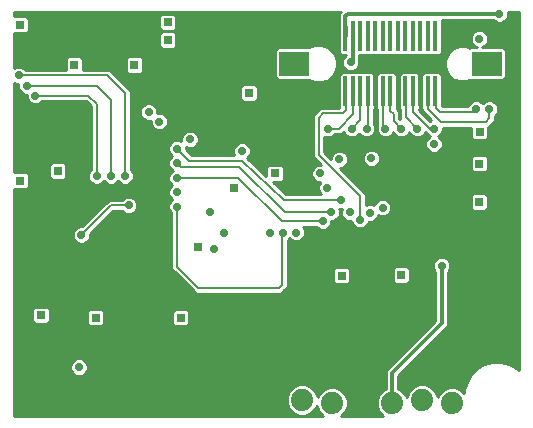
<source format=gbl>
G75*
%MOIN*%
%OFA0B0*%
%FSLAX24Y24*%
%IPPOS*%
%LPD*%
%AMOC8*
5,1,8,0,0,1.08239X$1,22.5*
%
%ADD10C,0.0740*%
%ADD11R,0.0138X0.0984*%
%ADD12R,0.0984X0.0787*%
%ADD13C,0.0100*%
%ADD14C,0.0280*%
%ADD15C,0.0120*%
%ADD16R,0.0280X0.0280*%
%ADD17C,0.0080*%
D10*
X010788Y002192D03*
X011788Y002092D03*
X012788Y002192D03*
X013788Y002092D03*
X014788Y002192D03*
X015788Y002092D03*
D11*
X015479Y012479D03*
X015229Y012479D03*
X014979Y012479D03*
X014729Y012479D03*
X014479Y012479D03*
X014229Y012479D03*
X013979Y012479D03*
X013729Y012479D03*
X013479Y012479D03*
X013229Y012479D03*
X012979Y012479D03*
X012729Y012479D03*
X012479Y012479D03*
X012229Y012479D03*
X011979Y012479D03*
X011979Y014329D03*
X012229Y014329D03*
X012479Y014329D03*
X012729Y014329D03*
X012979Y014329D03*
X013229Y014329D03*
X013479Y014329D03*
X013729Y014329D03*
X013979Y014329D03*
X014229Y014329D03*
X014479Y014329D03*
X014729Y014329D03*
X014979Y014329D03*
X015229Y014329D03*
X015479Y014329D03*
D12*
X016933Y013404D03*
X010525Y013404D03*
D13*
X001187Y009217D02*
X001187Y001649D01*
X011497Y001649D01*
X011493Y001651D01*
X011347Y001797D01*
X011268Y001988D01*
X011268Y001992D01*
X011229Y001897D01*
X011083Y001751D01*
X010891Y001672D01*
X010685Y001672D01*
X010493Y001751D01*
X010347Y001897D01*
X010268Y002088D01*
X010268Y002295D01*
X010347Y002486D01*
X010493Y002632D01*
X010685Y002712D01*
X010891Y002712D01*
X011083Y002632D01*
X011229Y002486D01*
X011308Y002295D01*
X011308Y002292D01*
X011347Y002386D01*
X011493Y002532D01*
X011685Y002612D01*
X011891Y002612D01*
X012083Y002532D01*
X012229Y002386D01*
X012308Y002195D01*
X012308Y001988D01*
X012229Y001797D01*
X012083Y001651D01*
X012079Y001649D01*
X013497Y001649D01*
X013493Y001651D01*
X013347Y001797D01*
X013268Y001988D01*
X013268Y002195D01*
X013347Y002386D01*
X013493Y002532D01*
X013570Y002564D01*
X013570Y003176D01*
X013693Y003299D01*
X015224Y004830D01*
X015224Y006472D01*
X015188Y006508D01*
X015144Y006614D01*
X015144Y006730D01*
X015188Y006836D01*
X015269Y006918D01*
X015376Y006962D01*
X015491Y006962D01*
X015598Y006918D01*
X015679Y006836D01*
X015724Y006730D01*
X015724Y006614D01*
X015679Y006508D01*
X015644Y006472D01*
X015644Y004656D01*
X013990Y003002D01*
X013990Y002571D01*
X014083Y002532D01*
X014229Y002386D01*
X014268Y002292D01*
X014268Y002295D01*
X014347Y002486D01*
X014493Y002632D01*
X014685Y002712D01*
X014891Y002712D01*
X015083Y002632D01*
X015229Y002486D01*
X015308Y002295D01*
X015308Y002292D01*
X015347Y002386D01*
X015493Y002532D01*
X015685Y002612D01*
X015891Y002612D01*
X016083Y002532D01*
X016192Y002423D01*
X016192Y002523D01*
X016266Y002797D01*
X016408Y003044D01*
X016609Y003245D01*
X016855Y003387D01*
X017130Y003460D01*
X017414Y003460D01*
X017689Y003387D01*
X017935Y003245D01*
X018003Y003177D01*
X018003Y015120D01*
X017651Y015120D01*
X017653Y015115D01*
X017653Y015000D01*
X017609Y014893D01*
X017527Y014812D01*
X017420Y014768D01*
X017305Y014768D01*
X017198Y014812D01*
X017163Y014848D01*
X015448Y014848D01*
X015448Y013775D01*
X015360Y013687D01*
X012689Y013687D01*
X012689Y013540D01*
X012692Y013503D01*
X012692Y013501D01*
X012692Y013494D01*
X012695Y013460D01*
X012692Y013458D01*
X012692Y013386D01*
X012648Y013279D01*
X012566Y013198D01*
X012460Y013154D01*
X012344Y013154D01*
X012238Y013198D01*
X012156Y013279D01*
X012112Y013386D01*
X012112Y013501D01*
X012156Y013608D01*
X012236Y013687D01*
X012098Y013687D01*
X012010Y013775D01*
X012010Y014339D01*
X012004Y014363D01*
X012010Y014373D01*
X012010Y014884D01*
X012021Y014895D01*
X012021Y014901D01*
X012012Y014911D01*
X012019Y014986D01*
X012017Y015061D01*
X012026Y015071D01*
X012028Y015085D01*
X012070Y015120D01*
X001187Y015120D01*
X001187Y014993D01*
X001581Y014993D01*
X001669Y014906D01*
X001669Y014501D01*
X001581Y014413D01*
X001187Y014413D01*
X001187Y013261D01*
X001281Y013300D01*
X001397Y013300D01*
X001503Y013256D01*
X001559Y013200D01*
X002900Y013200D01*
X002900Y013567D01*
X002987Y013655D01*
X003392Y013655D01*
X003480Y013567D01*
X003480Y013200D01*
X004371Y013200D01*
X004482Y013089D01*
X004482Y013089D01*
X004961Y012610D01*
X004961Y012610D01*
X005072Y012499D01*
X005072Y009884D01*
X005128Y009828D01*
X005172Y009722D01*
X005172Y009606D01*
X005128Y009500D01*
X005047Y009418D01*
X004940Y009374D01*
X004825Y009374D01*
X004718Y009418D01*
X004646Y009490D01*
X004574Y009418D01*
X004468Y009374D01*
X004352Y009374D01*
X004246Y009418D01*
X004174Y009490D01*
X004102Y009418D01*
X003995Y009374D01*
X003880Y009374D01*
X003773Y009418D01*
X003692Y009500D01*
X003648Y009606D01*
X003648Y009722D01*
X003692Y009828D01*
X003748Y009884D01*
X003748Y011987D01*
X003583Y012151D01*
X002110Y012151D01*
X002055Y012095D01*
X001948Y012051D01*
X001833Y012051D01*
X001726Y012095D01*
X001644Y012177D01*
X001600Y012284D01*
X001600Y012366D01*
X001557Y012366D01*
X001450Y012410D01*
X001369Y012492D01*
X001325Y012598D01*
X001325Y012714D01*
X001327Y012720D01*
X001281Y012720D01*
X001187Y012760D01*
X001187Y009797D01*
X001581Y009797D01*
X001669Y009709D01*
X001669Y009304D01*
X001581Y009217D01*
X001187Y009217D01*
X001187Y009178D02*
X006328Y009178D01*
X006325Y009171D02*
X006325Y009055D01*
X006369Y008949D01*
X006441Y008877D01*
X006369Y008805D01*
X006325Y008698D01*
X006325Y008583D01*
X006369Y008476D01*
X006425Y008420D01*
X006425Y006554D01*
X006536Y006443D01*
X007133Y005845D01*
X007245Y005734D01*
X010079Y005734D01*
X010197Y005852D01*
X010309Y005963D01*
X010309Y007523D01*
X010322Y007528D01*
X010375Y007581D01*
X010427Y007528D01*
X010533Y007484D01*
X010649Y007484D01*
X010755Y007528D01*
X010837Y007610D01*
X010881Y007717D01*
X010881Y007832D01*
X010837Y007939D01*
X010801Y007974D01*
X011253Y007974D01*
X011309Y007918D01*
X011415Y007874D01*
X011531Y007874D01*
X011637Y007918D01*
X011719Y008000D01*
X011763Y008106D01*
X011763Y008165D01*
X011818Y008165D01*
X011925Y008210D01*
X012006Y008291D01*
X012050Y008398D01*
X012050Y008513D01*
X012025Y008575D01*
X012109Y008575D01*
X012081Y008505D01*
X012081Y008390D01*
X012047Y008390D01*
X012081Y008390D02*
X012125Y008283D01*
X012206Y008202D01*
X012313Y008158D01*
X012427Y008158D01*
X012427Y008146D01*
X012471Y008039D01*
X012553Y007958D01*
X012659Y007913D01*
X012775Y007913D01*
X012881Y007958D01*
X012963Y008039D01*
X013004Y008138D01*
X013105Y008138D01*
X013212Y008182D01*
X013294Y008264D01*
X013327Y008344D01*
X013407Y008311D01*
X013523Y008311D01*
X013629Y008355D01*
X013711Y008437D01*
X013755Y008543D01*
X013755Y008659D01*
X013711Y008765D01*
X013629Y008847D01*
X013523Y008891D01*
X013407Y008891D01*
X013301Y008847D01*
X013219Y008765D01*
X013186Y008685D01*
X013105Y008718D01*
X012990Y008718D01*
X012907Y008683D01*
X012907Y009073D01*
X012796Y009185D01*
X012055Y009925D01*
X012086Y009925D01*
X012192Y009969D01*
X012274Y010051D01*
X012318Y010158D01*
X012318Y010273D01*
X012274Y010379D01*
X012192Y010461D01*
X012086Y010505D01*
X011970Y010505D01*
X011864Y010461D01*
X011782Y010379D01*
X011738Y010273D01*
X011738Y010242D01*
X011529Y010451D01*
X011529Y010973D01*
X011589Y010949D01*
X011704Y010949D01*
X011810Y010993D01*
X011866Y011049D01*
X011936Y011049D01*
X011937Y011048D01*
X012014Y011049D01*
X012091Y011049D01*
X012092Y011050D01*
X012094Y011050D01*
X012148Y011106D01*
X012173Y011130D01*
X012196Y011075D01*
X012277Y010993D01*
X012384Y010949D01*
X012499Y010949D01*
X012606Y010993D01*
X012687Y011075D01*
X012688Y011075D01*
X012688Y011075D01*
X012769Y010993D01*
X012876Y010949D01*
X012991Y010949D01*
X013098Y010993D01*
X013179Y011075D01*
X013224Y011181D01*
X013224Y011297D01*
X013179Y011403D01*
X013169Y011414D01*
X013169Y011896D01*
X013198Y011925D01*
X013198Y013033D01*
X013110Y013121D01*
X012098Y013121D01*
X012010Y013033D01*
X012010Y011933D01*
X011410Y011933D01*
X011260Y011783D01*
X011149Y011672D01*
X011149Y010294D01*
X011410Y010033D01*
X011321Y010033D01*
X011214Y009989D01*
X011133Y009907D01*
X011089Y009800D01*
X011089Y009685D01*
X011133Y009579D01*
X011214Y009497D01*
X011321Y009453D01*
X011387Y009453D01*
X011369Y009435D01*
X011325Y009328D01*
X011325Y009213D01*
X011369Y009106D01*
X011420Y009055D01*
X010245Y009055D01*
X009823Y009453D01*
X010085Y009453D01*
X010172Y009541D01*
X010172Y009945D01*
X010085Y010033D01*
X009680Y010033D01*
X009592Y009945D01*
X009592Y009670D01*
X008963Y010264D01*
X009026Y010327D01*
X009070Y010433D01*
X009070Y010548D01*
X009026Y010655D01*
X008944Y010737D01*
X008838Y010781D01*
X008722Y010781D01*
X008616Y010737D01*
X008534Y010655D01*
X008490Y010548D01*
X008490Y010433D01*
X008524Y010350D01*
X007103Y010350D01*
X006905Y010548D01*
X006905Y010627D01*
X006903Y010630D01*
X006990Y010595D01*
X007105Y010595D01*
X007212Y010639D01*
X007294Y010720D01*
X007338Y010827D01*
X007338Y010942D01*
X007294Y011049D01*
X007212Y011130D01*
X007105Y011175D01*
X006990Y011175D01*
X006884Y011130D01*
X006802Y011049D01*
X006758Y010942D01*
X006758Y010827D01*
X006759Y010824D01*
X006672Y010860D01*
X006557Y010860D01*
X006450Y010815D01*
X006369Y010734D01*
X006325Y010627D01*
X006325Y010512D01*
X006369Y010405D01*
X006441Y010333D01*
X006369Y010261D01*
X006325Y010155D01*
X006325Y010039D01*
X006369Y009933D01*
X006450Y009851D01*
X006475Y009841D01*
X006450Y009831D01*
X006369Y009750D01*
X006325Y009643D01*
X006325Y009528D01*
X006369Y009421D01*
X006441Y009349D01*
X006369Y009277D01*
X006325Y009171D01*
X006325Y009079D02*
X001187Y009079D01*
X001187Y008981D02*
X006355Y008981D01*
X006435Y008882D02*
X005208Y008882D01*
X005246Y008844D02*
X005165Y008926D01*
X005058Y008970D01*
X004943Y008970D01*
X004836Y008926D01*
X004780Y008870D01*
X004331Y008870D01*
X003447Y007986D01*
X003368Y007986D01*
X003261Y007941D01*
X003180Y007860D01*
X003136Y007753D01*
X003136Y007638D01*
X003180Y007531D01*
X003261Y007450D01*
X003368Y007406D01*
X003483Y007406D01*
X003590Y007450D01*
X003672Y007531D01*
X003716Y007638D01*
X003716Y007717D01*
X004489Y008490D01*
X004780Y008490D01*
X004836Y008434D01*
X004943Y008390D01*
X005058Y008390D01*
X005165Y008434D01*
X005246Y008516D01*
X005291Y008622D01*
X005291Y008737D01*
X005246Y008844D01*
X005271Y008784D02*
X006360Y008784D01*
X006325Y008685D02*
X005291Y008685D01*
X005276Y008587D02*
X006325Y008587D01*
X006364Y008488D02*
X005219Y008488D01*
X005059Y008390D02*
X006425Y008390D01*
X006425Y008291D02*
X004290Y008291D01*
X004192Y008193D02*
X006425Y008193D01*
X006425Y008094D02*
X004093Y008094D01*
X003995Y007996D02*
X006425Y007996D01*
X006425Y007897D02*
X003896Y007897D01*
X003798Y007799D02*
X006425Y007799D01*
X006425Y007700D02*
X003716Y007700D01*
X003701Y007602D02*
X006425Y007602D01*
X006425Y007503D02*
X003644Y007503D01*
X003208Y007503D02*
X001187Y007503D01*
X001187Y007405D02*
X006425Y007405D01*
X006425Y007306D02*
X001187Y007306D01*
X001187Y007208D02*
X006425Y007208D01*
X006425Y007109D02*
X001187Y007109D01*
X001187Y007011D02*
X006425Y007011D01*
X006425Y006912D02*
X001187Y006912D01*
X001187Y006814D02*
X006425Y006814D01*
X006425Y006715D02*
X001187Y006715D01*
X001187Y006617D02*
X006425Y006617D01*
X006460Y006518D02*
X001187Y006518D01*
X001187Y006420D02*
X006559Y006420D01*
X006657Y006321D02*
X001187Y006321D01*
X001187Y006223D02*
X006756Y006223D01*
X006854Y006124D02*
X001187Y006124D01*
X001187Y006026D02*
X006953Y006026D01*
X007051Y005927D02*
X001187Y005927D01*
X001187Y005829D02*
X007150Y005829D01*
X006935Y005230D02*
X006531Y005230D01*
X006443Y005142D01*
X006443Y004737D01*
X006531Y004650D01*
X006935Y004650D01*
X007023Y004737D01*
X007023Y005142D01*
X006935Y005230D01*
X007023Y005139D02*
X015224Y005139D01*
X015224Y005041D02*
X007023Y005041D01*
X007023Y004942D02*
X015224Y004942D01*
X015224Y004844D02*
X007023Y004844D01*
X007023Y004745D02*
X015139Y004745D01*
X015041Y004647D02*
X001187Y004647D01*
X001187Y004745D02*
X001868Y004745D01*
X001885Y004728D02*
X002289Y004728D01*
X002377Y004816D01*
X002377Y005221D01*
X002289Y005308D01*
X001885Y005308D01*
X001797Y005221D01*
X001797Y004816D01*
X001885Y004728D01*
X001797Y004844D02*
X001187Y004844D01*
X001187Y004942D02*
X001797Y004942D01*
X001797Y005041D02*
X001187Y005041D01*
X001187Y005139D02*
X001797Y005139D01*
X001815Y005238D02*
X001187Y005238D01*
X001187Y005336D02*
X015224Y005336D01*
X015224Y005238D02*
X002360Y005238D01*
X002377Y005139D02*
X003608Y005139D01*
X003608Y005142D02*
X003608Y004737D01*
X003696Y004650D01*
X004100Y004650D01*
X004188Y004737D01*
X004188Y005142D01*
X004100Y005230D01*
X003696Y005230D01*
X003608Y005142D01*
X003608Y005041D02*
X002377Y005041D01*
X002377Y004942D02*
X003608Y004942D01*
X003608Y004844D02*
X002377Y004844D01*
X002306Y004745D02*
X003608Y004745D01*
X004188Y004745D02*
X006443Y004745D01*
X006443Y004844D02*
X004188Y004844D01*
X004188Y004942D02*
X006443Y004942D01*
X006443Y005041D02*
X004188Y005041D01*
X004188Y005139D02*
X006443Y005139D01*
X003593Y003450D02*
X003637Y003344D01*
X003637Y003228D01*
X003593Y003122D01*
X003511Y003040D01*
X003405Y002996D01*
X003289Y002996D01*
X003183Y003040D01*
X003101Y003122D01*
X003057Y003228D01*
X003057Y003344D01*
X003101Y003450D01*
X003183Y003532D01*
X003289Y003576D01*
X003405Y003576D01*
X003511Y003532D01*
X003593Y003450D01*
X003578Y003465D02*
X013859Y003465D01*
X013957Y003563D02*
X003435Y003563D01*
X003259Y003563D02*
X001187Y003563D01*
X001187Y003465D02*
X003116Y003465D01*
X003066Y003366D02*
X001187Y003366D01*
X001187Y003268D02*
X003057Y003268D01*
X003081Y003169D02*
X001187Y003169D01*
X001187Y003071D02*
X003152Y003071D01*
X003542Y003071D02*
X013570Y003071D01*
X013570Y003169D02*
X003613Y003169D01*
X003637Y003268D02*
X013662Y003268D01*
X013760Y003366D02*
X003628Y003366D01*
X001187Y003662D02*
X014056Y003662D01*
X014154Y003760D02*
X001187Y003760D01*
X001187Y003859D02*
X014253Y003859D01*
X014351Y003957D02*
X001187Y003957D01*
X001187Y004056D02*
X014450Y004056D01*
X014548Y004154D02*
X001187Y004154D01*
X001187Y004253D02*
X014647Y004253D01*
X014745Y004351D02*
X001187Y004351D01*
X001187Y004450D02*
X014844Y004450D01*
X014942Y004548D02*
X001187Y004548D01*
X001187Y005435D02*
X015224Y005435D01*
X015224Y005533D02*
X001187Y005533D01*
X001187Y005632D02*
X015224Y005632D01*
X015224Y005730D02*
X001187Y005730D01*
X001187Y007602D02*
X003151Y007602D01*
X003136Y007700D02*
X001187Y007700D01*
X001187Y007799D02*
X003155Y007799D01*
X003218Y007897D02*
X001187Y007897D01*
X001187Y007996D02*
X003458Y007996D01*
X003556Y008094D02*
X001187Y008094D01*
X001187Y008193D02*
X003655Y008193D01*
X003753Y008291D02*
X001187Y008291D01*
X001187Y008390D02*
X003852Y008390D01*
X003950Y008488D02*
X001187Y008488D01*
X001187Y008587D02*
X004049Y008587D01*
X004147Y008685D02*
X001187Y008685D01*
X001187Y008784D02*
X004246Y008784D01*
X004487Y008488D02*
X004782Y008488D01*
X004942Y008390D02*
X004389Y008390D01*
X004793Y008882D02*
X001187Y008882D01*
X001641Y009276D02*
X006369Y009276D01*
X006415Y009375D02*
X004942Y009375D01*
X004822Y009375D02*
X004470Y009375D01*
X004350Y009375D02*
X003998Y009375D01*
X003878Y009375D02*
X001669Y009375D01*
X001669Y009473D02*
X003718Y009473D01*
X003662Y009572D02*
X002881Y009572D01*
X002840Y009532D02*
X002928Y009619D01*
X002928Y010024D01*
X002840Y010112D01*
X002436Y010112D01*
X002348Y010024D01*
X002348Y009619D01*
X002436Y009532D01*
X002840Y009532D01*
X002928Y009670D02*
X003648Y009670D01*
X003667Y009769D02*
X002928Y009769D01*
X002928Y009867D02*
X003731Y009867D01*
X003748Y009966D02*
X002928Y009966D01*
X002888Y010064D02*
X003748Y010064D01*
X003748Y010163D02*
X001187Y010163D01*
X001187Y010261D02*
X003748Y010261D01*
X003748Y010360D02*
X001187Y010360D01*
X001187Y010458D02*
X003748Y010458D01*
X003748Y010557D02*
X001187Y010557D01*
X001187Y010655D02*
X003748Y010655D01*
X003748Y010754D02*
X001187Y010754D01*
X001187Y010852D02*
X003748Y010852D01*
X003748Y010951D02*
X001187Y010951D01*
X001187Y011049D02*
X003748Y011049D01*
X003748Y011148D02*
X001187Y011148D01*
X001187Y011246D02*
X003748Y011246D01*
X003748Y011345D02*
X001187Y011345D01*
X001187Y011444D02*
X003748Y011444D01*
X003748Y011542D02*
X001187Y011542D01*
X001187Y011641D02*
X003748Y011641D01*
X003748Y011739D02*
X001187Y011739D01*
X001187Y011838D02*
X003748Y011838D01*
X003748Y011936D02*
X001187Y011936D01*
X001187Y012035D02*
X003700Y012035D01*
X003601Y012133D02*
X002092Y012133D01*
X001688Y012133D02*
X001187Y012133D01*
X001187Y012232D02*
X001622Y012232D01*
X001600Y012330D02*
X001187Y012330D01*
X001187Y012429D02*
X001432Y012429D01*
X001354Y012527D02*
X001187Y012527D01*
X001187Y012626D02*
X001325Y012626D01*
X001273Y012724D02*
X001187Y012724D01*
X001543Y013217D02*
X002900Y013217D01*
X002900Y013315D02*
X001187Y013315D01*
X001187Y013414D02*
X002900Y013414D01*
X002900Y013512D02*
X001187Y013512D01*
X001187Y013611D02*
X002943Y013611D01*
X003436Y013611D02*
X004951Y013611D01*
X004907Y013567D02*
X004907Y013163D01*
X004995Y013075D01*
X005400Y013075D01*
X005487Y013163D01*
X005487Y013567D01*
X005400Y013655D01*
X004995Y013655D01*
X004907Y013567D01*
X004907Y013512D02*
X003480Y013512D01*
X003480Y013414D02*
X004907Y013414D01*
X004907Y013315D02*
X003480Y013315D01*
X003480Y013217D02*
X004907Y013217D01*
X004952Y013118D02*
X004453Y013118D01*
X004552Y013020D02*
X009883Y013020D01*
X009883Y012948D02*
X009971Y012860D01*
X011002Y012860D01*
X011204Y012777D01*
X011453Y012777D01*
X011684Y012873D01*
X011860Y013049D01*
X011955Y013279D01*
X011955Y013529D01*
X011860Y013759D01*
X011684Y013936D01*
X011453Y014031D01*
X011204Y014031D01*
X011002Y013948D01*
X009971Y013948D01*
X009883Y013860D01*
X009883Y012948D01*
X009910Y012921D02*
X004650Y012921D01*
X004749Y012823D02*
X011094Y012823D01*
X011563Y012823D02*
X012010Y012823D01*
X012010Y012921D02*
X011732Y012921D01*
X011831Y013020D02*
X012010Y013020D01*
X012095Y013118D02*
X011889Y013118D01*
X011929Y013217D02*
X012219Y013217D01*
X012141Y013315D02*
X011955Y013315D01*
X011955Y013414D02*
X012112Y013414D01*
X012117Y013512D02*
X011955Y013512D01*
X011922Y013611D02*
X012159Y013611D01*
X012076Y013709D02*
X011881Y013709D01*
X011812Y013808D02*
X012010Y013808D01*
X012010Y013906D02*
X011713Y013906D01*
X011518Y014005D02*
X012010Y014005D01*
X012010Y014103D02*
X006590Y014103D01*
X006590Y014005D02*
X011139Y014005D01*
X012010Y014202D02*
X006590Y014202D01*
X006590Y014300D02*
X012010Y014300D01*
X012010Y014399D02*
X006585Y014399D01*
X006590Y014394D02*
X006502Y014482D01*
X006098Y014482D01*
X006010Y014394D01*
X006010Y013989D01*
X006098Y013902D01*
X006502Y013902D01*
X006590Y013989D01*
X006590Y014394D01*
X006502Y014492D02*
X006590Y014580D01*
X006590Y014984D01*
X006502Y015072D01*
X006098Y015072D01*
X006010Y014984D01*
X006010Y014580D01*
X006098Y014492D01*
X006502Y014492D01*
X006507Y014497D02*
X012010Y014497D01*
X012010Y014596D02*
X006590Y014596D01*
X006590Y014694D02*
X012010Y014694D01*
X012010Y014793D02*
X006590Y014793D01*
X006590Y014891D02*
X012017Y014891D01*
X012019Y014990D02*
X006585Y014990D01*
X006015Y014990D02*
X001585Y014990D01*
X001669Y014891D02*
X006010Y014891D01*
X006010Y014793D02*
X001669Y014793D01*
X001669Y014694D02*
X006010Y014694D01*
X006010Y014596D02*
X001669Y014596D01*
X001664Y014497D02*
X006093Y014497D01*
X006015Y014399D02*
X001187Y014399D01*
X001187Y014300D02*
X006010Y014300D01*
X006010Y014202D02*
X001187Y014202D01*
X001187Y014103D02*
X006010Y014103D01*
X006010Y014005D02*
X001187Y014005D01*
X001187Y013906D02*
X006093Y013906D01*
X006506Y013906D02*
X009929Y013906D01*
X009883Y013808D02*
X001187Y013808D01*
X001187Y013709D02*
X009883Y013709D01*
X009883Y013611D02*
X005444Y013611D01*
X005487Y013512D02*
X009883Y013512D01*
X009883Y013414D02*
X005487Y013414D01*
X005487Y013315D02*
X009883Y013315D01*
X009883Y013217D02*
X005487Y013217D01*
X005443Y013118D02*
X009883Y013118D01*
X009306Y012622D02*
X009218Y012710D01*
X008814Y012710D01*
X008726Y012622D01*
X008726Y012218D01*
X008814Y012130D01*
X009218Y012130D01*
X009306Y012218D01*
X009306Y012622D01*
X009303Y012626D02*
X012010Y012626D01*
X012010Y012724D02*
X004847Y012724D01*
X004946Y012626D02*
X008730Y012626D01*
X008726Y012527D02*
X005044Y012527D01*
X005072Y012429D02*
X008726Y012429D01*
X008726Y012330D02*
X005072Y012330D01*
X005072Y012232D02*
X008726Y012232D01*
X008811Y012133D02*
X005072Y012133D01*
X005072Y012035D02*
X005504Y012035D01*
X005506Y012036D02*
X005424Y011954D01*
X005380Y011848D01*
X005380Y011732D01*
X005424Y011626D01*
X005506Y011544D01*
X005612Y011500D01*
X005728Y011500D01*
X005734Y011503D01*
X005734Y011417D01*
X005778Y011311D01*
X005860Y011229D01*
X005966Y011185D01*
X006082Y011185D01*
X006188Y011229D01*
X006270Y011311D01*
X006314Y011417D01*
X006314Y011533D01*
X006270Y011639D01*
X006188Y011721D01*
X006082Y011765D01*
X005966Y011765D01*
X005960Y011762D01*
X005960Y011848D01*
X005916Y011954D01*
X005834Y012036D01*
X005728Y012080D01*
X005612Y012080D01*
X005506Y012036D01*
X005416Y011936D02*
X005072Y011936D01*
X005072Y011838D02*
X005380Y011838D01*
X005380Y011739D02*
X005072Y011739D01*
X005072Y011641D02*
X005418Y011641D01*
X005511Y011542D02*
X005072Y011542D01*
X005072Y011444D02*
X005734Y011444D01*
X005764Y011345D02*
X005072Y011345D01*
X005072Y011246D02*
X005843Y011246D01*
X006206Y011246D02*
X011149Y011246D01*
X011149Y011148D02*
X007169Y011148D01*
X007293Y011049D02*
X011149Y011049D01*
X011149Y010951D02*
X007334Y010951D01*
X007338Y010852D02*
X011149Y010852D01*
X011149Y010754D02*
X008902Y010754D01*
X009026Y010655D02*
X011149Y010655D01*
X011149Y010557D02*
X009067Y010557D01*
X009070Y010458D02*
X011149Y010458D01*
X011149Y010360D02*
X009040Y010360D01*
X008965Y010261D02*
X011182Y010261D01*
X011280Y010163D02*
X009070Y010163D01*
X009174Y010064D02*
X011379Y010064D01*
X011192Y009966D02*
X010151Y009966D01*
X010172Y009867D02*
X011116Y009867D01*
X011089Y009769D02*
X010172Y009769D01*
X010172Y009670D02*
X011095Y009670D01*
X011139Y009572D02*
X010172Y009572D01*
X010105Y009473D02*
X011271Y009473D01*
X011344Y009375D02*
X009906Y009375D01*
X010010Y009276D02*
X011325Y009276D01*
X011339Y009178D02*
X010115Y009178D01*
X010219Y009079D02*
X011395Y009079D01*
X012050Y008488D02*
X012081Y008488D01*
X012121Y008291D02*
X012006Y008291D01*
X011885Y008193D02*
X012227Y008193D01*
X012448Y008094D02*
X011758Y008094D01*
X011715Y007996D02*
X012514Y007996D01*
X012920Y007996D02*
X018003Y007996D01*
X018003Y008094D02*
X012986Y008094D01*
X013223Y008193D02*
X018003Y008193D01*
X018003Y008291D02*
X013305Y008291D01*
X013664Y008390D02*
X018003Y008390D01*
X018003Y008488D02*
X013732Y008488D01*
X013755Y008587D02*
X016412Y008587D01*
X016403Y008596D02*
X016491Y008508D01*
X016896Y008508D01*
X016983Y008596D01*
X016983Y009000D01*
X016896Y009088D01*
X016491Y009088D01*
X016403Y009000D01*
X016403Y008596D01*
X016403Y008685D02*
X013744Y008685D01*
X013692Y008784D02*
X016403Y008784D01*
X016403Y008882D02*
X013543Y008882D01*
X013387Y008882D02*
X012907Y008882D01*
X012907Y008784D02*
X013238Y008784D01*
X013186Y008685D02*
X013184Y008685D01*
X012912Y008685D02*
X012907Y008685D01*
X012907Y008981D02*
X016403Y008981D01*
X016483Y009079D02*
X012901Y009079D01*
X012803Y009178D02*
X018003Y009178D01*
X018003Y009276D02*
X012704Y009276D01*
X012606Y009375D02*
X018003Y009375D01*
X018003Y009473D02*
X012507Y009473D01*
X012409Y009572D02*
X018003Y009572D01*
X018003Y009670D02*
X012310Y009670D01*
X012212Y009769D02*
X018003Y009769D01*
X018003Y009867D02*
X016976Y009867D01*
X016980Y009871D02*
X016892Y009783D01*
X016487Y009783D01*
X016400Y009871D01*
X016400Y010276D01*
X016487Y010363D01*
X016892Y010363D01*
X016980Y010276D01*
X016980Y009871D01*
X016980Y009966D02*
X018003Y009966D01*
X018003Y010064D02*
X016980Y010064D01*
X016980Y010163D02*
X018003Y010163D01*
X018003Y010261D02*
X016980Y010261D01*
X016895Y010360D02*
X018003Y010360D01*
X018003Y010458D02*
X015291Y010458D01*
X015239Y010437D02*
X015346Y010481D01*
X015428Y010563D01*
X015472Y010669D01*
X015472Y010785D01*
X015428Y010891D01*
X015346Y010973D01*
X015322Y010983D01*
X015346Y010993D01*
X015428Y011075D01*
X015472Y011181D01*
X015472Y011269D01*
X016415Y011269D01*
X016415Y010934D01*
X016503Y010846D01*
X016907Y010846D01*
X016995Y010934D01*
X016995Y011288D01*
X017103Y011395D01*
X017214Y011507D01*
X017214Y011672D01*
X017270Y011728D01*
X017314Y011835D01*
X017314Y011950D01*
X017270Y012057D01*
X017188Y012138D01*
X017082Y012182D01*
X016966Y012182D01*
X016860Y012138D01*
X016806Y012084D01*
X016751Y012138D01*
X016645Y012182D01*
X016529Y012182D01*
X016423Y012138D01*
X016341Y012057D01*
X016310Y011980D01*
X015457Y011980D01*
X015448Y011990D01*
X015448Y012458D01*
X015454Y012474D01*
X015448Y012489D01*
X015448Y013033D01*
X015360Y013121D01*
X014848Y013121D01*
X014760Y013033D01*
X014760Y011925D01*
X014789Y011896D01*
X014789Y011893D01*
X014789Y011816D01*
X014790Y011814D01*
X014790Y011812D01*
X014846Y011759D01*
X014900Y011704D01*
X014902Y011704D01*
X015096Y011517D01*
X015045Y011496D01*
X014672Y011864D01*
X014672Y011899D01*
X014698Y011925D01*
X014698Y013033D01*
X014610Y013121D01*
X014098Y013121D01*
X014010Y013033D01*
X014010Y011925D01*
X014042Y011893D01*
X014042Y011702D01*
X014043Y011625D01*
X014043Y011552D01*
X014029Y011566D01*
X014029Y011658D01*
X014033Y011663D01*
X014029Y011736D01*
X014029Y011810D01*
X014025Y011814D01*
X014024Y011820D01*
X013970Y011869D01*
X013931Y011908D01*
X013948Y011925D01*
X013948Y013033D01*
X013860Y013121D01*
X013348Y013121D01*
X013260Y013033D01*
X013260Y011925D01*
X013289Y011896D01*
X013289Y011373D01*
X013283Y011366D01*
X013285Y011343D01*
X013266Y011297D01*
X013266Y011181D01*
X013310Y011075D01*
X013391Y010993D01*
X013498Y010949D01*
X013613Y010949D01*
X013720Y010993D01*
X013802Y011075D01*
X013821Y011123D01*
X013841Y011075D01*
X013923Y010993D01*
X014029Y010949D01*
X014145Y010949D01*
X014251Y010993D01*
X014333Y011075D01*
X014355Y011127D01*
X014377Y011075D01*
X014458Y010993D01*
X014565Y010949D01*
X014680Y010949D01*
X014787Y010993D01*
X014868Y011075D01*
X014887Y011119D01*
X014902Y011104D01*
X014957Y011049D01*
X014958Y011049D01*
X014959Y011048D01*
X014962Y011048D01*
X015017Y010993D01*
X015042Y010983D01*
X015017Y010973D01*
X014936Y010891D01*
X014892Y010785D01*
X014892Y010669D01*
X014936Y010563D01*
X015017Y010481D01*
X015124Y010437D01*
X015239Y010437D01*
X015072Y010458D02*
X013297Y010458D01*
X013259Y010497D02*
X013153Y010541D01*
X013037Y010541D01*
X012931Y010497D01*
X012849Y010415D01*
X012805Y010308D01*
X012805Y010193D01*
X012849Y010086D01*
X012931Y010005D01*
X013037Y009961D01*
X013153Y009961D01*
X013259Y010005D01*
X013341Y010086D01*
X013385Y010193D01*
X013385Y010308D01*
X013341Y010415D01*
X013259Y010497D01*
X013364Y010360D02*
X016484Y010360D01*
X016400Y010261D02*
X013385Y010261D01*
X013373Y010163D02*
X016400Y010163D01*
X016400Y010064D02*
X013319Y010064D01*
X013166Y009966D02*
X016400Y009966D01*
X016403Y009867D02*
X012113Y009867D01*
X012184Y009966D02*
X013024Y009966D01*
X012871Y010064D02*
X012280Y010064D01*
X012318Y010163D02*
X012817Y010163D01*
X012805Y010261D02*
X012318Y010261D01*
X012282Y010360D02*
X012826Y010360D01*
X012893Y010458D02*
X012195Y010458D01*
X011861Y010458D02*
X011529Y010458D01*
X011529Y010557D02*
X014942Y010557D01*
X014897Y010655D02*
X011529Y010655D01*
X011529Y010754D02*
X014892Y010754D01*
X014920Y010852D02*
X011529Y010852D01*
X011529Y010951D02*
X011583Y010951D01*
X011709Y010951D02*
X012379Y010951D01*
X012504Y010951D02*
X012871Y010951D01*
X012997Y010951D02*
X013493Y010951D01*
X013619Y010951D02*
X014024Y010951D01*
X014150Y010951D02*
X014560Y010951D01*
X014685Y010951D02*
X014995Y010951D01*
X014957Y011049D02*
X014843Y011049D01*
X014402Y011049D02*
X014308Y011049D01*
X013866Y011049D02*
X013776Y011049D01*
X013335Y011049D02*
X013154Y011049D01*
X013210Y011148D02*
X013279Y011148D01*
X013266Y011246D02*
X013224Y011246D01*
X013204Y011345D02*
X013285Y011345D01*
X013289Y011444D02*
X013169Y011444D01*
X013169Y011542D02*
X013289Y011542D01*
X013289Y011641D02*
X013169Y011641D01*
X013169Y011739D02*
X013289Y011739D01*
X013289Y011838D02*
X013169Y011838D01*
X013198Y011936D02*
X013260Y011936D01*
X013260Y012035D02*
X013198Y012035D01*
X013198Y012133D02*
X013260Y012133D01*
X013260Y012232D02*
X013198Y012232D01*
X013198Y012330D02*
X013260Y012330D01*
X013260Y012429D02*
X013198Y012429D01*
X013198Y012527D02*
X013260Y012527D01*
X013260Y012626D02*
X013198Y012626D01*
X013198Y012724D02*
X013260Y012724D01*
X013260Y012823D02*
X013198Y012823D01*
X013198Y012921D02*
X013260Y012921D01*
X013260Y013020D02*
X013198Y013020D01*
X013113Y013118D02*
X013345Y013118D01*
X013863Y013118D02*
X014095Y013118D01*
X014010Y013020D02*
X013948Y013020D01*
X013948Y012921D02*
X014010Y012921D01*
X014010Y012823D02*
X013948Y012823D01*
X013948Y012724D02*
X014010Y012724D01*
X014010Y012626D02*
X013948Y012626D01*
X013948Y012527D02*
X014010Y012527D01*
X014010Y012429D02*
X013948Y012429D01*
X013948Y012330D02*
X014010Y012330D01*
X014010Y012232D02*
X013948Y012232D01*
X013948Y012133D02*
X014010Y012133D01*
X014010Y012035D02*
X013948Y012035D01*
X013948Y011936D02*
X014010Y011936D01*
X014005Y011838D02*
X014042Y011838D01*
X014029Y011739D02*
X014042Y011739D01*
X014042Y011702D02*
X014042Y011702D01*
X014043Y011641D02*
X014029Y011641D01*
X014699Y011838D02*
X014789Y011838D01*
X014799Y011739D02*
X014866Y011739D01*
X014899Y011641D02*
X014968Y011641D01*
X014999Y011542D02*
X015070Y011542D01*
X015472Y011246D02*
X016415Y011246D01*
X016415Y011148D02*
X015458Y011148D01*
X015402Y011049D02*
X016415Y011049D01*
X016415Y010951D02*
X015368Y010951D01*
X015444Y010852D02*
X016497Y010852D01*
X016913Y010852D02*
X018003Y010852D01*
X018003Y010754D02*
X015472Y010754D01*
X015466Y010655D02*
X018003Y010655D01*
X018003Y010557D02*
X015422Y010557D01*
X014760Y011936D02*
X014698Y011936D01*
X014698Y012035D02*
X014760Y012035D01*
X014760Y012133D02*
X014698Y012133D01*
X014698Y012232D02*
X014760Y012232D01*
X014760Y012330D02*
X014698Y012330D01*
X014698Y012429D02*
X014760Y012429D01*
X014760Y012527D02*
X014698Y012527D01*
X014698Y012626D02*
X014760Y012626D01*
X014760Y012724D02*
X014698Y012724D01*
X014698Y012823D02*
X014760Y012823D01*
X014760Y012921D02*
X014698Y012921D01*
X014698Y013020D02*
X014760Y013020D01*
X014845Y013118D02*
X014613Y013118D01*
X015363Y013118D02*
X015612Y013118D01*
X015631Y013071D02*
X015542Y013287D01*
X015542Y013521D01*
X015631Y013737D01*
X015797Y013903D01*
X016013Y013992D01*
X016246Y013992D01*
X016371Y013940D01*
X016378Y013948D01*
X016619Y013948D01*
X016529Y013985D01*
X016448Y014067D01*
X016403Y014173D01*
X016403Y014289D01*
X016448Y014395D01*
X016529Y014477D01*
X016636Y014521D01*
X016751Y014521D01*
X016858Y014477D01*
X016939Y014395D01*
X016983Y014289D01*
X016983Y014173D01*
X016939Y014067D01*
X016858Y013985D01*
X016768Y013948D01*
X017487Y013948D01*
X017575Y013860D01*
X017575Y012948D01*
X017487Y012860D01*
X016378Y012860D01*
X016371Y012868D01*
X016246Y012816D01*
X016013Y012816D01*
X015797Y012906D01*
X015631Y013071D01*
X015683Y013020D02*
X015448Y013020D01*
X015448Y012921D02*
X015781Y012921D01*
X015998Y012823D02*
X015448Y012823D01*
X015448Y012724D02*
X018003Y012724D01*
X018003Y012626D02*
X015448Y012626D01*
X015448Y012527D02*
X018003Y012527D01*
X018003Y012429D02*
X015448Y012429D01*
X015448Y012330D02*
X018003Y012330D01*
X018003Y012232D02*
X015448Y012232D01*
X015448Y012133D02*
X016418Y012133D01*
X016332Y012035D02*
X015448Y012035D01*
X016261Y012823D02*
X018003Y012823D01*
X018003Y012921D02*
X017547Y012921D01*
X017575Y013020D02*
X018003Y013020D01*
X018003Y013118D02*
X017575Y013118D01*
X017575Y013217D02*
X018003Y013217D01*
X018003Y013315D02*
X017575Y013315D01*
X017575Y013414D02*
X018003Y013414D01*
X018003Y013512D02*
X017575Y013512D01*
X017575Y013611D02*
X018003Y013611D01*
X018003Y013709D02*
X017575Y013709D01*
X017575Y013808D02*
X018003Y013808D01*
X018003Y013906D02*
X017529Y013906D01*
X018003Y014005D02*
X016877Y014005D01*
X016954Y014103D02*
X018003Y014103D01*
X018003Y014202D02*
X016983Y014202D01*
X016979Y014300D02*
X018003Y014300D01*
X018003Y014399D02*
X016936Y014399D01*
X016809Y014497D02*
X018003Y014497D01*
X018003Y014596D02*
X015448Y014596D01*
X015448Y014694D02*
X018003Y014694D01*
X018003Y014793D02*
X017480Y014793D01*
X017606Y014891D02*
X018003Y014891D01*
X018003Y014990D02*
X017648Y014990D01*
X017653Y015088D02*
X018003Y015088D01*
X017245Y014793D02*
X015448Y014793D01*
X015448Y014497D02*
X016578Y014497D01*
X016451Y014399D02*
X015448Y014399D01*
X015448Y014300D02*
X016408Y014300D01*
X016403Y014202D02*
X015448Y014202D01*
X015448Y014103D02*
X016433Y014103D01*
X016510Y014005D02*
X015448Y014005D01*
X015448Y013906D02*
X015805Y013906D01*
X015702Y013808D02*
X015448Y013808D01*
X015382Y013709D02*
X015620Y013709D01*
X015579Y013611D02*
X012689Y013611D01*
X012691Y013512D02*
X015542Y013512D01*
X015542Y013414D02*
X012692Y013414D01*
X012663Y013315D02*
X015542Y013315D01*
X015571Y013217D02*
X012585Y013217D01*
X012010Y012527D02*
X009306Y012527D01*
X009306Y012429D02*
X012010Y012429D01*
X012010Y012330D02*
X009306Y012330D01*
X009306Y012232D02*
X012010Y012232D01*
X012010Y012133D02*
X009221Y012133D01*
X008658Y010754D02*
X007308Y010754D01*
X007229Y010655D02*
X008535Y010655D01*
X008494Y010557D02*
X006905Y010557D01*
X006994Y010458D02*
X008490Y010458D01*
X008520Y010360D02*
X007093Y010360D01*
X006414Y010360D02*
X005072Y010360D01*
X005072Y010458D02*
X006347Y010458D01*
X006325Y010557D02*
X005072Y010557D01*
X005072Y010655D02*
X006336Y010655D01*
X006389Y010754D02*
X005072Y010754D01*
X005072Y010852D02*
X006540Y010852D01*
X006689Y010852D02*
X006758Y010852D01*
X006761Y010951D02*
X005072Y010951D01*
X005072Y011049D02*
X006803Y011049D01*
X006926Y011148D02*
X005072Y011148D01*
X005072Y010261D02*
X006369Y010261D01*
X006328Y010163D02*
X005072Y010163D01*
X005072Y010064D02*
X006325Y010064D01*
X006355Y009966D02*
X005072Y009966D01*
X005089Y009867D02*
X006434Y009867D01*
X006388Y009769D02*
X005153Y009769D01*
X005172Y009670D02*
X006336Y009670D01*
X006325Y009572D02*
X005158Y009572D01*
X005102Y009473D02*
X006347Y009473D01*
X004663Y009473D02*
X004630Y009473D01*
X004190Y009473D02*
X004157Y009473D01*
X002396Y009572D02*
X001669Y009572D01*
X001669Y009670D02*
X002348Y009670D01*
X002348Y009769D02*
X001608Y009769D01*
X001187Y009867D02*
X002348Y009867D01*
X002348Y009966D02*
X001187Y009966D01*
X001187Y010064D02*
X002389Y010064D01*
X005835Y012035D02*
X012010Y012035D01*
X012010Y011936D02*
X005923Y011936D01*
X005960Y011838D02*
X011315Y011838D01*
X011216Y011739D02*
X006145Y011739D01*
X006269Y011641D02*
X011149Y011641D01*
X011149Y011542D02*
X006310Y011542D01*
X006314Y011444D02*
X011149Y011444D01*
X011149Y011345D02*
X006284Y011345D01*
X009279Y009966D02*
X009614Y009966D01*
X009592Y009867D02*
X009383Y009867D01*
X009488Y009769D02*
X009592Y009769D01*
X009592Y009670D02*
X009592Y009670D01*
X011621Y010360D02*
X011774Y010360D01*
X011738Y010261D02*
X011719Y010261D01*
X012092Y011049D02*
X012221Y011049D01*
X012662Y011049D02*
X012713Y011049D01*
X011587Y007897D02*
X018003Y007897D01*
X018003Y007799D02*
X010881Y007799D01*
X010874Y007700D02*
X018003Y007700D01*
X018003Y007602D02*
X010829Y007602D01*
X010695Y007503D02*
X018003Y007503D01*
X018003Y007405D02*
X010309Y007405D01*
X010309Y007503D02*
X010487Y007503D01*
X010309Y007306D02*
X018003Y007306D01*
X018003Y007208D02*
X010309Y007208D01*
X010309Y007109D02*
X018003Y007109D01*
X018003Y007011D02*
X010309Y007011D01*
X010309Y006912D02*
X015264Y006912D01*
X015179Y006814D02*
X010309Y006814D01*
X010309Y006715D02*
X015144Y006715D01*
X015144Y006617D02*
X014327Y006617D01*
X014297Y006647D02*
X013893Y006647D01*
X013805Y006559D01*
X013805Y006155D01*
X013893Y006067D01*
X014297Y006067D01*
X014385Y006155D01*
X014385Y006559D01*
X014297Y006647D01*
X014385Y006518D02*
X015183Y006518D01*
X015224Y006420D02*
X014385Y006420D01*
X014385Y006321D02*
X015224Y006321D01*
X015224Y006223D02*
X014385Y006223D01*
X014355Y006124D02*
X015224Y006124D01*
X015224Y006026D02*
X010309Y006026D01*
X010309Y006124D02*
X011831Y006124D01*
X011817Y006139D02*
X011905Y006051D01*
X012309Y006051D01*
X012397Y006139D01*
X012397Y006543D01*
X012309Y006631D01*
X011905Y006631D01*
X011817Y006543D01*
X011817Y006139D01*
X011817Y006223D02*
X010309Y006223D01*
X010309Y006321D02*
X011817Y006321D01*
X011817Y006420D02*
X010309Y006420D01*
X010309Y006518D02*
X011817Y006518D01*
X011890Y006617D02*
X010309Y006617D01*
X010273Y005927D02*
X015224Y005927D01*
X015224Y005829D02*
X010174Y005829D01*
X012382Y006124D02*
X013835Y006124D01*
X013805Y006223D02*
X012397Y006223D01*
X012397Y006321D02*
X013805Y006321D01*
X013805Y006420D02*
X012397Y006420D01*
X012397Y006518D02*
X013805Y006518D01*
X013863Y006617D02*
X012323Y006617D01*
X011359Y007897D02*
X010854Y007897D01*
X015142Y004154D02*
X018003Y004154D01*
X018003Y004056D02*
X015044Y004056D01*
X014945Y003957D02*
X018003Y003957D01*
X018003Y003859D02*
X014847Y003859D01*
X014748Y003760D02*
X018003Y003760D01*
X018003Y003662D02*
X014650Y003662D01*
X014551Y003563D02*
X018003Y003563D01*
X018003Y003465D02*
X014453Y003465D01*
X014354Y003366D02*
X016820Y003366D01*
X016649Y003268D02*
X014256Y003268D01*
X014157Y003169D02*
X016534Y003169D01*
X016435Y003071D02*
X014059Y003071D01*
X013990Y002972D02*
X016367Y002972D01*
X016310Y002874D02*
X013990Y002874D01*
X013990Y002775D02*
X016260Y002775D01*
X016234Y002677D02*
X014975Y002677D01*
X015136Y002578D02*
X015605Y002578D01*
X015441Y002480D02*
X015231Y002480D01*
X015272Y002381D02*
X015345Y002381D01*
X014601Y002677D02*
X013990Y002677D01*
X013990Y002578D02*
X014439Y002578D01*
X014345Y002480D02*
X014135Y002480D01*
X014231Y002381D02*
X014304Y002381D01*
X013570Y002578D02*
X011971Y002578D01*
X012135Y002480D02*
X013441Y002480D01*
X013345Y002381D02*
X012231Y002381D01*
X012272Y002283D02*
X013304Y002283D01*
X013268Y002184D02*
X012308Y002184D01*
X012308Y002086D02*
X013268Y002086D01*
X013268Y001987D02*
X012308Y001987D01*
X012267Y001889D02*
X013309Y001889D01*
X013354Y001790D02*
X012222Y001790D01*
X012124Y001692D02*
X013452Y001692D01*
X013570Y002677D02*
X010975Y002677D01*
X011136Y002578D02*
X011605Y002578D01*
X011441Y002480D02*
X011231Y002480D01*
X011272Y002381D02*
X011345Y002381D01*
X011266Y001987D02*
X011268Y001987D01*
X011309Y001889D02*
X011221Y001889D01*
X011122Y001790D02*
X011354Y001790D01*
X011452Y001692D02*
X010941Y001692D01*
X010635Y001692D02*
X001187Y001692D01*
X001187Y001790D02*
X010454Y001790D01*
X010355Y001889D02*
X001187Y001889D01*
X001187Y001987D02*
X010310Y001987D01*
X010269Y002086D02*
X001187Y002086D01*
X001187Y002184D02*
X010268Y002184D01*
X010268Y002283D02*
X001187Y002283D01*
X001187Y002381D02*
X010304Y002381D01*
X010345Y002480D02*
X001187Y002480D01*
X001187Y002578D02*
X010439Y002578D01*
X010601Y002677D02*
X001187Y002677D01*
X001187Y002775D02*
X013570Y002775D01*
X013570Y002874D02*
X001187Y002874D01*
X001187Y002972D02*
X013570Y002972D01*
X015241Y004253D02*
X018003Y004253D01*
X018003Y004351D02*
X015339Y004351D01*
X015438Y004450D02*
X018003Y004450D01*
X018003Y004548D02*
X015536Y004548D01*
X015635Y004647D02*
X018003Y004647D01*
X018003Y004745D02*
X015644Y004745D01*
X015644Y004844D02*
X018003Y004844D01*
X018003Y004942D02*
X015644Y004942D01*
X015644Y005041D02*
X018003Y005041D01*
X018003Y005139D02*
X015644Y005139D01*
X015644Y005238D02*
X018003Y005238D01*
X018003Y005336D02*
X015644Y005336D01*
X015644Y005435D02*
X018003Y005435D01*
X018003Y005533D02*
X015644Y005533D01*
X015644Y005632D02*
X018003Y005632D01*
X018003Y005730D02*
X015644Y005730D01*
X015644Y005829D02*
X018003Y005829D01*
X018003Y005927D02*
X015644Y005927D01*
X015644Y006026D02*
X018003Y006026D01*
X018003Y006124D02*
X015644Y006124D01*
X015644Y006223D02*
X018003Y006223D01*
X018003Y006321D02*
X015644Y006321D01*
X015644Y006420D02*
X018003Y006420D01*
X018003Y006518D02*
X015684Y006518D01*
X015724Y006617D02*
X018003Y006617D01*
X018003Y006715D02*
X015724Y006715D01*
X015689Y006814D02*
X018003Y006814D01*
X018003Y006912D02*
X015603Y006912D01*
X016975Y008587D02*
X018003Y008587D01*
X018003Y008685D02*
X016983Y008685D01*
X016983Y008784D02*
X018003Y008784D01*
X018003Y008882D02*
X016983Y008882D01*
X016983Y008981D02*
X018003Y008981D01*
X018003Y009079D02*
X016904Y009079D01*
X016995Y010951D02*
X018003Y010951D01*
X018003Y011049D02*
X016995Y011049D01*
X016995Y011148D02*
X018003Y011148D01*
X018003Y011246D02*
X016995Y011246D01*
X017053Y011345D02*
X018003Y011345D01*
X018003Y011444D02*
X017151Y011444D01*
X017214Y011542D02*
X018003Y011542D01*
X018003Y011641D02*
X017214Y011641D01*
X017275Y011739D02*
X018003Y011739D01*
X018003Y011838D02*
X017314Y011838D01*
X017314Y011936D02*
X018003Y011936D01*
X018003Y012035D02*
X017279Y012035D01*
X017194Y012133D02*
X018003Y012133D01*
X016855Y012133D02*
X016757Y012133D01*
X012032Y015088D02*
X001187Y015088D01*
X015971Y002578D02*
X016207Y002578D01*
X016192Y002480D02*
X016135Y002480D01*
X017724Y003366D02*
X018003Y003366D01*
X018003Y003268D02*
X017895Y003268D01*
D14*
X015434Y006672D03*
X013465Y008601D03*
X013048Y008428D03*
X012717Y008203D03*
X012371Y008448D03*
X012075Y008865D03*
X011760Y008455D03*
X011473Y008164D03*
X010591Y007774D03*
X010158Y007774D03*
X009725Y007774D03*
X008190Y007774D03*
X007835Y007223D03*
X007717Y008444D03*
X006615Y008640D03*
X006615Y009113D03*
X006615Y009585D03*
X006615Y010097D03*
X006615Y010570D03*
X007048Y010885D03*
X006024Y011475D03*
X005670Y011790D03*
X005512Y010412D03*
X004882Y009664D03*
X004410Y009664D03*
X003938Y009664D03*
X005001Y008680D03*
X005473Y008680D03*
X004922Y007459D03*
X006024Y007223D03*
X003426Y007696D03*
X002599Y008522D03*
X002087Y007617D03*
X001418Y006711D03*
X001772Y003286D03*
X003347Y003286D03*
X011379Y009743D03*
X011615Y009270D03*
X012028Y010215D03*
X013095Y010251D03*
X012934Y011239D03*
X012441Y011239D03*
X011646Y011239D03*
X013556Y011239D03*
X014087Y011239D03*
X014623Y011239D03*
X015182Y011239D03*
X015182Y010727D03*
X016587Y011892D03*
X017024Y011892D03*
X016693Y014231D03*
X017363Y015058D03*
X012402Y013444D03*
X008780Y010491D03*
X008504Y012774D03*
X003229Y012066D03*
X001890Y012341D03*
X001615Y012656D03*
X001339Y013010D03*
X002087Y014703D03*
D15*
X012229Y014979D02*
X012245Y014333D01*
X012229Y014329D01*
X012479Y014329D02*
X012479Y013532D01*
X012402Y013444D01*
X012229Y014979D02*
X012323Y015058D01*
X017363Y015058D01*
X015434Y006672D02*
X015434Y004743D01*
X013780Y003089D01*
X013780Y002099D01*
X013788Y002092D01*
D16*
X014095Y006357D03*
X012107Y006341D03*
X008504Y009270D03*
X009882Y009743D03*
X009016Y012420D03*
X006300Y014192D03*
X006300Y014782D03*
X005197Y013365D03*
X003190Y013365D03*
X001379Y014703D03*
X002638Y009822D03*
X001379Y009507D03*
X002087Y005018D03*
X003898Y004940D03*
X006733Y004940D03*
X007323Y007302D03*
X016693Y008798D03*
X016690Y010073D03*
X016705Y011136D03*
D17*
X016898Y011459D02*
X017024Y011585D01*
X017024Y011892D01*
X016587Y011892D02*
X016587Y011888D01*
X016489Y011790D01*
X015375Y011790D01*
X015253Y011920D01*
X015249Y012471D01*
X015229Y012479D01*
X014979Y012479D02*
X014979Y011894D01*
X015430Y011459D01*
X016898Y011459D01*
X015182Y011239D02*
X015036Y011239D01*
X014483Y011784D01*
X014479Y012479D01*
X014229Y012479D02*
X014233Y011625D01*
X014623Y011239D01*
X014087Y011239D02*
X013839Y011487D01*
X013839Y011731D01*
X013729Y011829D01*
X013729Y012479D01*
X013479Y012479D02*
X013479Y011304D01*
X013556Y011239D01*
X012979Y011288D02*
X012934Y011239D01*
X012979Y011288D02*
X012979Y012479D01*
X012729Y012479D02*
X012729Y011530D01*
X012441Y011239D01*
X012012Y011239D02*
X012473Y011715D01*
X012473Y012465D01*
X012479Y012479D01*
X012229Y012479D02*
X012241Y011849D01*
X012134Y011743D01*
X011489Y011743D01*
X011339Y011593D01*
X011339Y010373D01*
X012717Y008995D01*
X012717Y008203D01*
X012075Y008865D02*
X010170Y008865D01*
X008796Y010160D01*
X007024Y010160D01*
X006615Y010570D01*
X006615Y010097D02*
X006753Y009959D01*
X008666Y009959D01*
X010209Y008455D01*
X011760Y008455D01*
X011473Y008164D02*
X010123Y008164D01*
X008662Y009585D01*
X006615Y009585D01*
X006615Y008640D02*
X006615Y006633D01*
X007323Y005924D01*
X010001Y005924D01*
X010119Y006042D01*
X010119Y007735D01*
X010158Y007774D01*
X011646Y011239D02*
X012012Y011239D01*
X004882Y012420D02*
X004882Y009664D01*
X004410Y009664D02*
X004410Y012184D01*
X003938Y012656D01*
X001615Y012656D01*
X001890Y012341D02*
X003662Y012341D01*
X003938Y012066D01*
X003938Y009664D01*
X004410Y008680D02*
X003426Y007696D01*
X004410Y008680D02*
X005001Y008680D01*
X004882Y012420D02*
X004292Y013010D01*
X001339Y013010D01*
M02*

</source>
